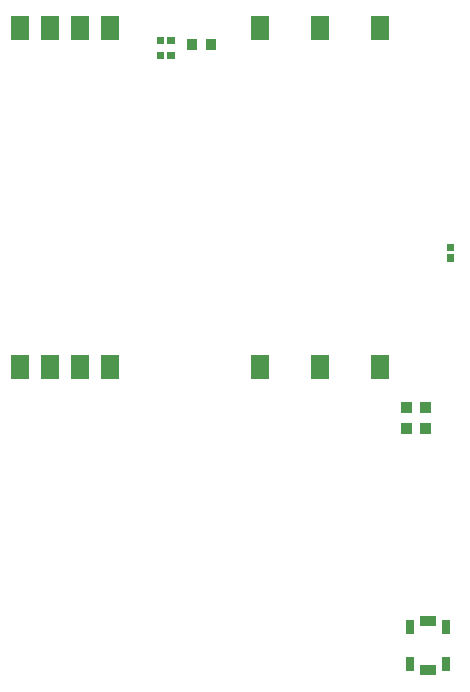
<source format=gbp>
G04 #@! TF.GenerationSoftware,KiCad,Pcbnew,(5.1.10)-1*
G04 #@! TF.CreationDate,2021-06-08T22:52:37-07:00*
G04 #@! TF.ProjectId,Plug_Pass,506c7567-5f50-4617-9373-2e6b69636164,v3.1*
G04 #@! TF.SameCoordinates,Original*
G04 #@! TF.FileFunction,Paste,Bot*
G04 #@! TF.FilePolarity,Positive*
%FSLAX46Y46*%
G04 Gerber Fmt 4.6, Leading zero omitted, Abs format (unit mm)*
G04 Created by KiCad (PCBNEW (5.1.10)-1) date 2021-06-08 22:52:37*
%MOMM*%
%LPD*%
G01*
G04 APERTURE LIST*
%ADD10R,1.500000X2.030000*%
%ADD11R,1.400000X0.950000*%
%ADD12R,0.750000X1.150000*%
G04 APERTURE END LIST*
D10*
X137668000Y-86994000D03*
X140208000Y-86994000D03*
X142748000Y-86994000D03*
X145288000Y-86994000D03*
X157988000Y-86994000D03*
X163068000Y-86994000D03*
X168148000Y-86994000D03*
X137668000Y-58294000D03*
X140208000Y-58294000D03*
X142748000Y-58294000D03*
X145288000Y-58294000D03*
X157988000Y-58294000D03*
X163068000Y-58294000D03*
X168148000Y-58294000D03*
G36*
G01*
X172446000Y-91740500D02*
X172446000Y-92663500D01*
G75*
G02*
X172432500Y-92677000I-13500J0D01*
G01*
X171559500Y-92677000D01*
G75*
G02*
X171546000Y-92663500I0J13500D01*
G01*
X171546000Y-91740500D01*
G75*
G02*
X171559500Y-91727000I13500J0D01*
G01*
X172432500Y-91727000D01*
G75*
G02*
X172446000Y-91740500I0J-13500D01*
G01*
G37*
G36*
G01*
X170846000Y-91740500D02*
X170846000Y-92663500D01*
G75*
G02*
X170832500Y-92677000I-13500J0D01*
G01*
X169959500Y-92677000D01*
G75*
G02*
X169946000Y-92663500I0J13500D01*
G01*
X169946000Y-91740500D01*
G75*
G02*
X169959500Y-91727000I13500J0D01*
G01*
X170832500Y-91727000D01*
G75*
G02*
X170846000Y-91740500I0J-13500D01*
G01*
G37*
D11*
X172212000Y-108458000D03*
X172212000Y-112608000D03*
D12*
X170687000Y-108958000D03*
X173737000Y-108958000D03*
X170687000Y-112108000D03*
X173737000Y-112108000D03*
G36*
G01*
X172446000Y-89962500D02*
X172446000Y-90885500D01*
G75*
G02*
X172432500Y-90899000I-13500J0D01*
G01*
X171559500Y-90899000D01*
G75*
G02*
X171546000Y-90885500I0J13500D01*
G01*
X171546000Y-89962500D01*
G75*
G02*
X171559500Y-89949000I13500J0D01*
G01*
X172432500Y-89949000D01*
G75*
G02*
X172446000Y-89962500I0J-13500D01*
G01*
G37*
G36*
G01*
X170846000Y-89962500D02*
X170846000Y-90885500D01*
G75*
G02*
X170832500Y-90899000I-13500J0D01*
G01*
X169959500Y-90899000D01*
G75*
G02*
X169946000Y-90885500I0J13500D01*
G01*
X169946000Y-89962500D01*
G75*
G02*
X169959500Y-89949000I13500J0D01*
G01*
X170832500Y-89949000D01*
G75*
G02*
X170846000Y-89962500I0J-13500D01*
G01*
G37*
G36*
G01*
X150127000Y-59609700D02*
X150127000Y-59008300D01*
G75*
G02*
X150136300Y-58999000I9300J0D01*
G01*
X150737700Y-58999000D01*
G75*
G02*
X150747000Y-59008300I0J-9300D01*
G01*
X150747000Y-59609700D01*
G75*
G02*
X150737700Y-59619000I-9300J0D01*
G01*
X150136300Y-59619000D01*
G75*
G02*
X150127000Y-59609700I0J9300D01*
G01*
G37*
G36*
G01*
X149227000Y-59609700D02*
X149227000Y-59008300D01*
G75*
G02*
X149236300Y-58999000I9300J0D01*
G01*
X149837700Y-58999000D01*
G75*
G02*
X149847000Y-59008300I0J-9300D01*
G01*
X149847000Y-59609700D01*
G75*
G02*
X149837700Y-59619000I-9300J0D01*
G01*
X149236300Y-59619000D01*
G75*
G02*
X149227000Y-59609700I0J9300D01*
G01*
G37*
G36*
G01*
X154285000Y-59228500D02*
X154285000Y-60151500D01*
G75*
G02*
X154271500Y-60165000I-13500J0D01*
G01*
X153398500Y-60165000D01*
G75*
G02*
X153385000Y-60151500I0J13500D01*
G01*
X153385000Y-59228500D01*
G75*
G02*
X153398500Y-59215000I13500J0D01*
G01*
X154271500Y-59215000D01*
G75*
G02*
X154285000Y-59228500I0J-13500D01*
G01*
G37*
G36*
G01*
X152685000Y-59228500D02*
X152685000Y-60151500D01*
G75*
G02*
X152671500Y-60165000I-13500J0D01*
G01*
X151798500Y-60165000D01*
G75*
G02*
X151785000Y-60151500I0J13500D01*
G01*
X151785000Y-59228500D01*
G75*
G02*
X151798500Y-59215000I13500J0D01*
G01*
X152671500Y-59215000D01*
G75*
G02*
X152685000Y-59228500I0J-13500D01*
G01*
G37*
G36*
G01*
X173816300Y-77425000D02*
X174417700Y-77425000D01*
G75*
G02*
X174427000Y-77434300I0J-9300D01*
G01*
X174427000Y-78035700D01*
G75*
G02*
X174417700Y-78045000I-9300J0D01*
G01*
X173816300Y-78045000D01*
G75*
G02*
X173807000Y-78035700I0J9300D01*
G01*
X173807000Y-77434300D01*
G75*
G02*
X173816300Y-77425000I9300J0D01*
G01*
G37*
G36*
G01*
X173816300Y-76525000D02*
X174417700Y-76525000D01*
G75*
G02*
X174427000Y-76534300I0J-9300D01*
G01*
X174427000Y-77135700D01*
G75*
G02*
X174417700Y-77145000I-9300J0D01*
G01*
X173816300Y-77145000D01*
G75*
G02*
X173807000Y-77135700I0J9300D01*
G01*
X173807000Y-76534300D01*
G75*
G02*
X173816300Y-76525000I9300J0D01*
G01*
G37*
G36*
G01*
X150127000Y-60879700D02*
X150127000Y-60278300D01*
G75*
G02*
X150136300Y-60269000I9300J0D01*
G01*
X150737700Y-60269000D01*
G75*
G02*
X150747000Y-60278300I0J-9300D01*
G01*
X150747000Y-60879700D01*
G75*
G02*
X150737700Y-60889000I-9300J0D01*
G01*
X150136300Y-60889000D01*
G75*
G02*
X150127000Y-60879700I0J9300D01*
G01*
G37*
G36*
G01*
X149227000Y-60879700D02*
X149227000Y-60278300D01*
G75*
G02*
X149236300Y-60269000I9300J0D01*
G01*
X149837700Y-60269000D01*
G75*
G02*
X149847000Y-60278300I0J-9300D01*
G01*
X149847000Y-60879700D01*
G75*
G02*
X149837700Y-60889000I-9300J0D01*
G01*
X149236300Y-60889000D01*
G75*
G02*
X149227000Y-60879700I0J9300D01*
G01*
G37*
M02*

</source>
